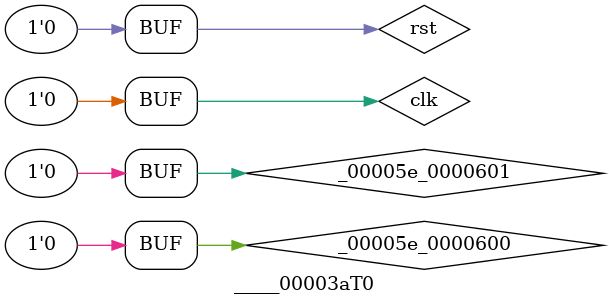
<source format=v>
`timescale 1ps/1ps

module _____00003aT0( ); 
   reg clk;
   reg rst;
   wire [7:0] _00003a76_00003a_00003areg__0;
   wire [7:0] _00003a76_00003a_00003areg__1;
   wire [0:0] _00003a76_00003a_00003a_00003a65_00003a_00003aabus__r;
   wire [0:0] _00003a76_00003a_00003a_00003a66_00003a_00003aabus__w;
   wire [0:0] _00003a76_00003a_00003a_00003a67_00003a_00003aabus__r;
   wire [0:0] _00003a76_00003a_00003a_00003a68_00003a_00003aabus__w;
   wire [7:0] _00003a77_00003a_00003areg__0;
   wire [7:0] _00003a77_00003a_00003areg__1;
   wire [0:0] _00003a77_00003a_00003a_00003a72_00003a_00003aabus__r;
   wire [0:0] _00003a77_00003a_00003a_00003a73_00003a_00003aabus__w;
   wire [0:0] _00003a77_00003a_00003a_00003a74_00003a_00003aabus__r;
   wire [0:0] _00003a77_00003a_00003a_00003a75_00003a_00003aabus__w;
   wire _00005e_0000600;
   wire _00005e_0000601;

   _____00003aT0_00003a_00003alayer_00003aT0 layer(.clk(_00005e_0000600),.rst(_00005e_0000601));
   assign _00005e_0000600 = clk;

   assign _00005e_0000601 = rst;

   initial begin

      clk = 32'd0;

      rst = 32'd0;

   end

endmodule
</source>
